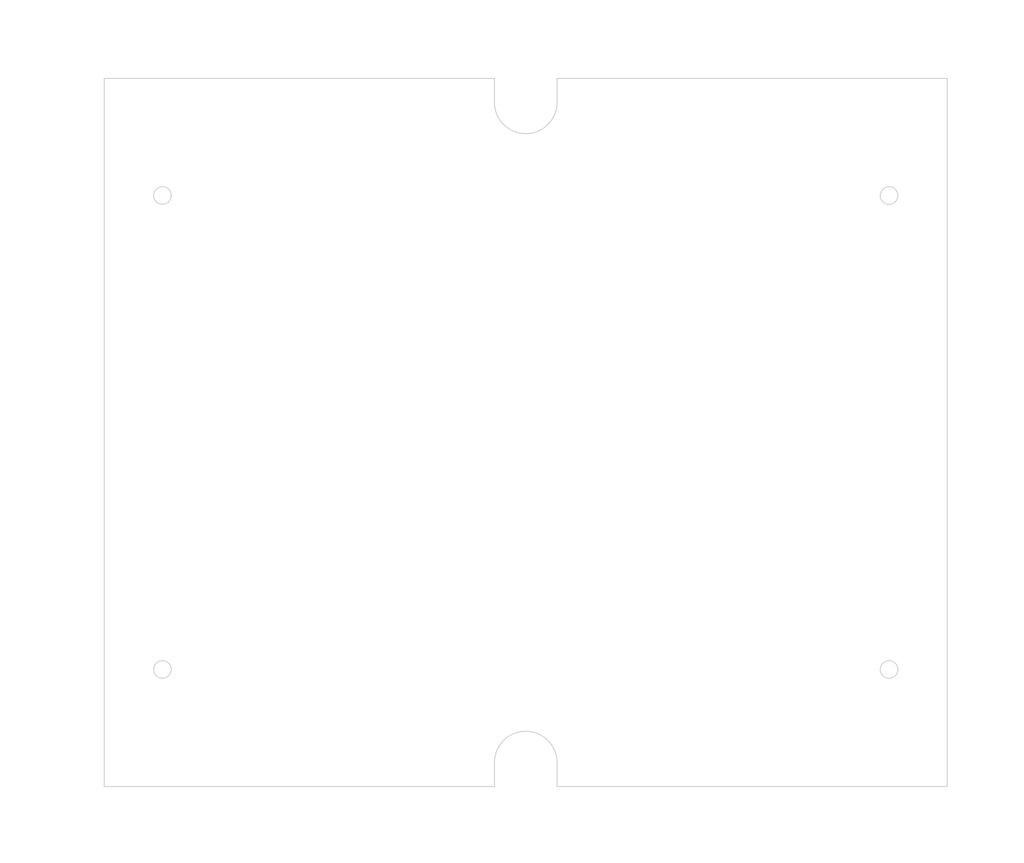
<source format=kicad_pcb>
(kicad_pcb (version 20171130) (host pcbnew "(5.1.0)-1")

  (general
    (thickness 1.6)
    (drawings 75)
    (tracks 0)
    (zones 0)
    (modules 0)
    (nets 1)
  )

  (page A3)
  (layers
    (0 F.Cu signal)
    (31 B.Cu signal)
    (32 B.Adhes user)
    (33 F.Adhes user)
    (34 B.Paste user)
    (35 F.Paste user)
    (36 B.SilkS user)
    (37 F.SilkS user)
    (38 B.Mask user)
    (39 F.Mask user)
    (40 Dwgs.User user)
    (41 Cmts.User user)
    (42 Eco1.User user)
    (43 Eco2.User user)
    (44 Edge.Cuts user)
    (45 Margin user)
    (46 B.CrtYd user)
    (47 F.CrtYd user)
    (48 B.Fab user)
    (49 F.Fab user)
  )

  (setup
    (last_trace_width 0.25)
    (trace_clearance 0.2)
    (zone_clearance 0.508)
    (zone_45_only no)
    (trace_min 0.2)
    (via_size 0.8)
    (via_drill 0.4)
    (via_min_size 0.4)
    (via_min_drill 0.3)
    (uvia_size 0.3)
    (uvia_drill 0.1)
    (uvias_allowed no)
    (uvia_min_size 0.2)
    (uvia_min_drill 0.1)
    (edge_width 0.05)
    (segment_width 0.2)
    (pcb_text_width 0.3)
    (pcb_text_size 1.5 1.5)
    (mod_edge_width 0.12)
    (mod_text_size 1 1)
    (mod_text_width 0.15)
    (pad_size 1.524 1.524)
    (pad_drill 0.762)
    (pad_to_mask_clearance 0.051)
    (solder_mask_min_width 0.25)
    (aux_axis_origin 0 0)
    (visible_elements FFFFFF7F)
    (pcbplotparams
      (layerselection 0x010fc_ffffffff)
      (usegerberextensions false)
      (usegerberattributes false)
      (usegerberadvancedattributes false)
      (creategerberjobfile false)
      (excludeedgelayer true)
      (linewidth 0.152400)
      (plotframeref false)
      (viasonmask false)
      (mode 1)
      (useauxorigin false)
      (hpglpennumber 1)
      (hpglpenspeed 20)
      (hpglpendiameter 15.000000)
      (psnegative false)
      (psa4output false)
      (plotreference true)
      (plotvalue true)
      (plotinvisibletext false)
      (padsonsilk false)
      (subtractmaskfromsilk false)
      (outputformat 1)
      (mirror false)
      (drillshape 1)
      (scaleselection 1)
      (outputdirectory ""))
  )

  (net 0 "")

  (net_class Default "This is the default net class."
    (clearance 0.2)
    (trace_width 0.25)
    (via_dia 0.8)
    (via_drill 0.4)
    (uvia_dia 0.3)
    (uvia_drill 0.1)
  )

  (gr_line (start 133.834805 84.629154) (end 133.834805 225.681194) (layer Edge.Cuts) (width 0.2))
  (gr_line (start 211.49936 84.629154) (end 133.834805 84.629154) (layer Edge.Cuts) (width 0.2))
  (gr_line (start 211.49936 89.399154) (end 211.49936 84.629154) (layer Edge.Cuts) (width 0.2))
  (gr_arc (start 217.734805 89.399154) (end 211.49936 89.399154) (angle -180) (layer Edge.Cuts) (width 0.2))
  (gr_line (start 223.970249 84.629154) (end 223.970249 89.399154) (layer Edge.Cuts) (width 0.2))
  (gr_line (start 301.634805 84.629154) (end 223.970249 84.629154) (layer Edge.Cuts) (width 0.2))
  (gr_line (start 301.634805 225.681194) (end 301.634805 84.629154) (layer Edge.Cuts) (width 0.2))
  (gr_line (start 223.970249 225.681194) (end 301.634805 225.681194) (layer Edge.Cuts) (width 0.2))
  (gr_line (start 223.970249 220.911194) (end 223.970249 225.681194) (layer Edge.Cuts) (width 0.2))
  (gr_arc (start 217.734805 220.911194) (end 223.970249 220.911194) (angle -180) (layer Edge.Cuts) (width 0.2))
  (gr_line (start 211.49936 225.681194) (end 211.49936 220.911194) (layer Edge.Cuts) (width 0.2))
  (gr_line (start 133.834805 225.681194) (end 211.49936 225.681194) (layer Edge.Cuts) (width 0.2))
  (gr_circle (center 290.054805 107.955174) (end 291.807405 107.955174) (layer Edge.Cuts) (width 0.2))
  (gr_circle (center 145.414805 202.355174) (end 147.167405 202.355174) (layer Edge.Cuts) (width 0.2))
  (gr_circle (center 145.414805 107.955174) (end 147.167405 107.955174) (layer Edge.Cuts) (width 0.2))
  (gr_circle (center 290.054805 202.355174) (end 291.807405 202.355174) (layer Edge.Cuts) (width 0.2))
  (gr_line (start 290.054805 108.045174) (end 290.054805 107.865174) (layer Dwgs.User) (width 0.2))
  (gr_line (start 289.964805 107.955174) (end 290.144805 107.955174) (layer Dwgs.User) (width 0.2))
  (gr_text " ∅3.51\n[∅0.14]" (at 312.135053 113.863754) (layer Dwgs.User)
    (effects (font (size 1.7 1.53) (thickness 0.2125)))
  )
  (gr_line (start 305.598184 113.863754) (end 293.562516 109.288577) (layer Dwgs.User) (width 0.2))
  (gr_line (start 307.598184 113.863754) (end 305.598184 113.863754) (layer Dwgs.User) (width 0.2))
  (gr_text [.43] (at 252.468914 82.307965) (layer Dwgs.User)
    (effects (font (size 1.7 1.53) (thickness 0.2125)))
  )
  (gr_text " 11.01" (at 252.468914 78.75053) (layer Dwgs.User)
    (effects (font (size 1.7 1.53) (thickness 0.2125)))
  )
  (gr_line (start 246.585489 80.418504) (end 248.585489 80.418504) (layer Dwgs.User) (width 0.2))
  (gr_line (start 246.585489 84.629154) (end 246.585489 80.418504) (layer Dwgs.User) (width 0.2))
  (gr_line (start 246.585489 93.634599) (end 246.585489 86.629154) (layer Dwgs.User) (width 0.2))
  (gr_line (start 218.734805 95.634599) (end 249.760489 95.634599) (layer Dwgs.User) (width 0.2))
  (gr_text [.92] (at 127.288824 215.907645) (layer Dwgs.User)
    (effects (font (size 1.7 1.53) (thickness 0.2125)))
  )
  (gr_text " 23.33" (at 127.288824 212.34963) (layer Dwgs.User)
    (effects (font (size 1.7 1.53) (thickness 0.2125)))
  )
  (gr_line (start 127.288824 204.355174) (end 127.288824 210.460169) (layer Dwgs.User) (width 0.2))
  (gr_line (start 127.288824 223.681194) (end 127.288824 217.576199) (layer Dwgs.User) (width 0.2))
  (gr_line (start 144.414805 202.355174) (end 124.113824 202.355174) (layer Dwgs.User) (width 0.2))
  (gr_line (start 132.834805 225.681194) (end 124.113824 225.681194) (layer Dwgs.User) (width 0.2))
  (gr_text [.46] (at 151.640018 239.550755) (layer Dwgs.User)
    (effects (font (size 1.7 1.53) (thickness 0.2125)))
  )
  (gr_text " 11.58" (at 151.640018 235.99332) (layer Dwgs.User)
    (effects (font (size 1.7 1.53) (thickness 0.2125)))
  )
  (gr_line (start 145.414805 237.661294) (end 147.590769 237.661294) (layer Dwgs.User) (width 0.2))
  (gr_line (start 135.834805 237.661294) (end 143.414805 237.661294) (layer Dwgs.User) (width 0.2))
  (gr_line (start 145.414805 203.355174) (end 145.414805 240.836294) (layer Dwgs.User) (width 0.2))
  (gr_line (start 133.834805 226.681194) (end 133.834805 240.836294) (layer Dwgs.User) (width 0.2))
  (gr_text [3.06] (at 172.667082 82.305729) (layer Dwgs.User)
    (effects (font (size 1.7 1.53) (thickness 0.2125)))
  )
  (gr_text " 77.66" (at 172.667082 78.748294) (layer Dwgs.User)
    (effects (font (size 1.7 1.53) (thickness 0.2125)))
  )
  (gr_line (start 135.834805 80.416268) (end 168.620152 80.416268) (layer Dwgs.User) (width 0.2))
  (gr_line (start 209.49936 80.416268) (end 176.714013 80.416268) (layer Dwgs.User) (width 0.2))
  (gr_line (start 133.834805 83.629154) (end 133.834805 77.241268) (layer Dwgs.User) (width 0.2))
  (gr_line (start 211.49936 83.629154) (end 211.49936 77.241268) (layer Dwgs.User) (width 0.2))
  (gr_text [.49] (at 230.594304 82.203789) (layer Dwgs.User)
    (effects (font (size 1.7 1.53) (thickness 0.2125)))
  )
  (gr_text " 12.47" (at 230.594304 78.660849) (layer Dwgs.User)
    (effects (font (size 1.7 1.53) (thickness 0.2125)))
  )
  (gr_line (start 223.970249 80.314328) (end 226.546793 80.314328) (layer Dwgs.User) (width 0.2))
  (gr_line (start 213.49936 80.314328) (end 221.970249 80.314328) (layer Dwgs.User) (width 0.2))
  (gr_line (start 223.970249 83.629154) (end 223.970249 77.139328) (layer Dwgs.User) (width 0.2))
  (gr_line (start 211.49936 83.629154) (end 211.49936 77.139328) (layer Dwgs.User) (width 0.2))
  (gr_text [6.61] (at 242.521264 74.179999) (layer Dwgs.User)
    (effects (font (size 1.7 1.53) (thickness 0.2125)))
  )
  (gr_text " 167.80" (at 242.521264 70.622564) (layer Dwgs.User)
    (effects (font (size 1.7 1.53) (thickness 0.2125)))
  )
  (gr_line (start 299.634805 72.290538) (end 247.226278 72.290538) (layer Dwgs.User) (width 0.2))
  (gr_line (start 135.834805 72.290538) (end 237.81625 72.290538) (layer Dwgs.User) (width 0.2))
  (gr_line (start 301.634805 83.629154) (end 301.634805 69.115538) (layer Dwgs.User) (width 0.2))
  (gr_line (start 133.834805 83.629154) (end 133.834805 69.115538) (layer Dwgs.User) (width 0.2))
  (gr_text [5.69] (at 217.734805 232.725269) (layer Dwgs.User)
    (effects (font (size 1.7 1.53) (thickness 0.2125)))
  )
  (gr_text " 144.64" (at 217.734805 229.167834) (layer Dwgs.User)
    (effects (font (size 1.7 1.53) (thickness 0.2125)))
  )
  (gr_line (start 147.414805 230.835808) (end 213.030371 230.835808) (layer Dwgs.User) (width 0.2))
  (gr_line (start 288.054805 230.835808) (end 222.439239 230.835808) (layer Dwgs.User) (width 0.2))
  (gr_line (start 145.414805 203.355174) (end 145.414805 234.010808) (layer Dwgs.User) (width 0.2))
  (gr_line (start 290.054805 203.355174) (end 290.054805 234.010808) (layer Dwgs.User) (width 0.2))
  (gr_text [3.72] (at 127.454764 157.044635) (layer Dwgs.User)
    (effects (font (size 1.7 1.53) (thickness 0.2125)))
  )
  (gr_text " 94.40" (at 127.454764 153.4872) (layer Dwgs.User)
    (effects (font (size 1.7 1.53) (thickness 0.2125)))
  )
  (gr_line (start 127.454764 109.955174) (end 127.454764 151.597739) (layer Dwgs.User) (width 0.2))
  (gr_line (start 127.454764 200.355174) (end 127.454764 158.712609) (layer Dwgs.User) (width 0.2))
  (gr_line (start 144.414805 107.955174) (end 124.279764 107.955174) (layer Dwgs.User) (width 0.2))
  (gr_line (start 144.414805 202.355174) (end 124.279764 202.355174) (layer Dwgs.User) (width 0.2))
  (gr_text [5.55] (at 117.834805 157.041156) (layer Dwgs.User)
    (effects (font (size 1.7 1.53) (thickness 0.2125)))
  )
  (gr_text " 141.05" (at 117.834805 153.4872) (layer Dwgs.User)
    (effects (font (size 1.7 1.53) (thickness 0.2125)))
  )
  (gr_line (start 117.834805 223.681194) (end 117.834805 158.70913) (layer Dwgs.User) (width 0.2))
  (gr_line (start 117.834805 86.629154) (end 117.834805 151.601218) (layer Dwgs.User) (width 0.2))
  (gr_line (start 132.834805 225.681194) (end 114.659805 225.681194) (layer Dwgs.User) (width 0.2))
  (gr_line (start 132.834805 84.629154) (end 114.659805 84.629154) (layer Dwgs.User) (width 0.2))

)

</source>
